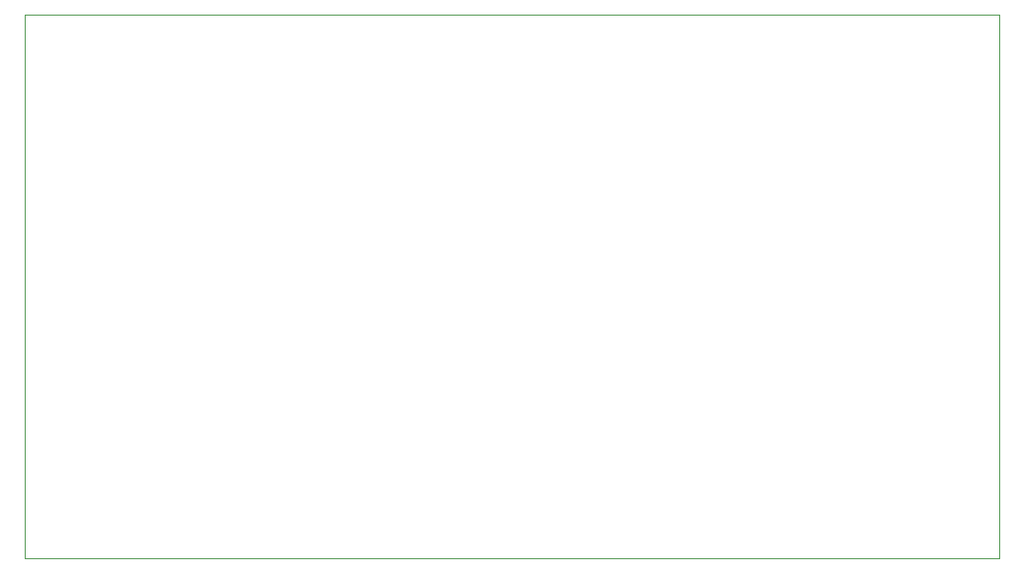
<source format=gbr>
%TF.GenerationSoftware,KiCad,Pcbnew,7.0.9*%
%TF.CreationDate,2023-11-26T22:18:52+01:00*%
%TF.ProjectId,Wzmacniacz_PW3017_modyfikacja,577a6d61-636e-4696-9163-7a5f50573330,rev?*%
%TF.SameCoordinates,Original*%
%TF.FileFunction,Profile,NP*%
%FSLAX46Y46*%
G04 Gerber Fmt 4.6, Leading zero omitted, Abs format (unit mm)*
G04 Created by KiCad (PCBNEW 7.0.9) date 2023-11-26 22:18:52*
%MOMM*%
%LPD*%
G01*
G04 APERTURE LIST*
%TA.AperFunction,Profile*%
%ADD10C,0.100000*%
%TD*%
G04 APERTURE END LIST*
D10*
X120000000Y-69800000D02*
X210000000Y-69800000D01*
X210000000Y-120000000D01*
X120000000Y-120000000D01*
X120000000Y-69800000D01*
M02*

</source>
